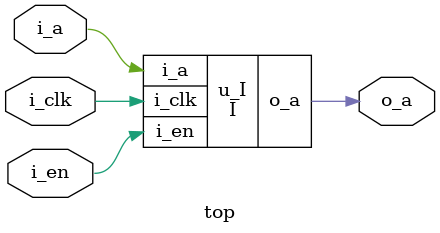
<source format=v>
/* Generated by Yosys 0.27 (git sha1 5f88c218b, gcc 8.5.0 -fPIC -Os) */

(* is_interface =  1  *)
(* src = "testcases/alwayslatch_misc_svi_dotnameModuleInst.sv:0.0-0.0" *)
module I(i_clk, i_en, i_a, o_a);
  (* src = "testcases/alwayslatch_misc_svi_dotnameModuleInst.sv:7.17-7.20" *)
  input i_a;
  wire i_a;
  (* src = "testcases/alwayslatch_misc_svi_dotnameModuleInst.sv:5.17-5.22" *)
  input i_clk;
  wire i_clk;
  (* src = "testcases/alwayslatch_misc_svi_dotnameModuleInst.sv:6.17-6.21" *)
  input i_en;
  wire i_en;
  (* src = "testcases/alwayslatch_misc_svi_dotnameModuleInst.sv:8.18-8.21" *)
  output o_a;
  wire o_a;
  assign o_a = 1'hx;
endmodule

(* top =  1  *)
(* interfaces_replaced_in_module =  1  *)
(* src = "testcases/alwayslatch_misc_svi_dotnameModuleInst.sv:66.2-81.11" *)
module top(i_clk, i_en, o_a, i_a);
  (* src = "testcases/alwayslatch_misc_svi_dotnameModuleInst.sv:70.17-70.20" *)
  input i_a;
  wire i_a;
  (* src = "testcases/alwayslatch_misc_svi_dotnameModuleInst.sv:67.17-67.22" *)
  input i_clk;
  wire i_clk;
  (* src = "testcases/alwayslatch_misc_svi_dotnameModuleInst.sv:68.17-68.21" *)
  input i_en;
  wire i_en;
  (* src = "testcases/alwayslatch_misc_svi_dotnameModuleInst.sv:69.18-69.21" *)
  output o_a;
  wire o_a;
  (* is_interface = 32'd1 *)
  (* src = "testcases/alwayslatch_misc_svi_dotnameModuleInst.sv:73.5-75.6" *)
  I u_I (
    .i_a(i_a),
    .i_clk(i_clk),
    .i_en(i_en),
    .o_a(o_a)
  );
endmodule

</source>
